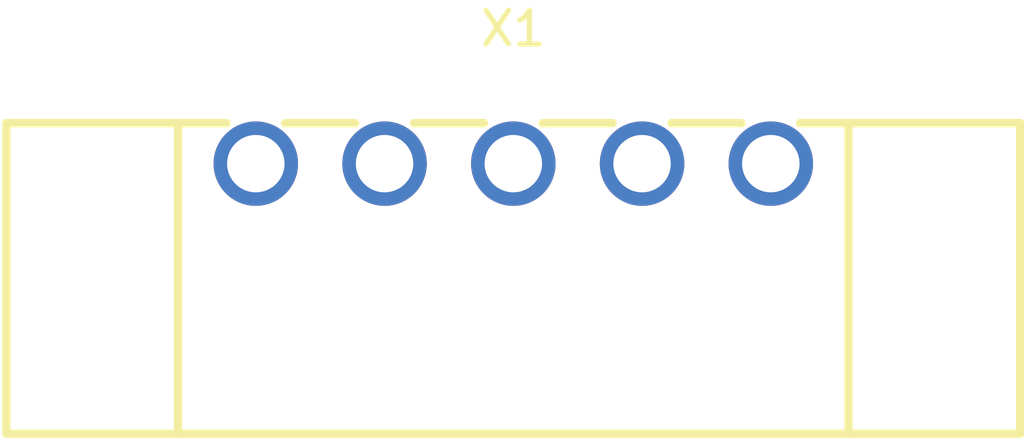
<source format=kicad_pcb>
(kicad_pcb (version 20241229) (generator "atopile") (generator_version "0.5.0")
  (layers (0 "F.Cu" signal) (31 "B.Cu" signal) (34 "B.Paste" user) (35 "F.Paste" user) (36 "B.SilkS" user "B.Silkscreen") (37 "F.SilkS" user "F.Silkscreen") (38 "B.Mask" user) (39 "F.Mask" user) (44 "Edge.Cuts" user))
  (net 0 "")
  (footprint "atopile:CONN-TH_5P-P3.81_DB2ERM-3.81-5P-6a82d0" (layer "F.Cu") (at 0 0 0)
    (property "Reference" "X1" (at 0 -4 0) (layer "F.SilkS") (hide no))
    (property "Value" "")
    (fp_line (start 15 -1.2) (end 15 8) (stroke (width 0.25)) (layer "F.SilkS"))
    (fp_line (start 15 8) (end -15 8) (stroke (width 0.25)) (layer "F.SilkS"))
    (fp_line (start -15 -1.2) (end -15 8) (stroke (width 0.25)) (layer "F.SilkS"))
    (fp_line (start -9.92 -1.2) (end -9.92 8) (stroke (width 0.25)) (layer "F.SilkS"))
    (fp_line (start 9.92 -1.2) (end 9.92 8) (stroke (width 0.25)) (layer "F.SilkS"))
    (fp_line (start -15 -1.2) (end -8.49 -1.2) (stroke (width 0.25)) (layer "F.SilkS"))
    (fp_line (start -6.75 -1.2) (end -4.68 -1.2) (stroke (width 0.25)) (layer "F.SilkS"))
    (fp_line (start -2.94 -1.2) (end -0.87 -1.2) (stroke (width 0.25)) (layer "F.SilkS"))
    (fp_line (start 0.87 -1.2) (end 2.94 -1.2) (stroke (width 0.25)) (layer "F.SilkS"))
    (fp_line (start 4.68 -1.2) (end 6.75 -1.2) (stroke (width 0.25)) (layer "F.SilkS"))
    (fp_line (start 8.49 -1.2) (end 15 -1.2) (stroke (width 0.25)) (layer "F.SilkS"))
    (fp_text user "${REFERENCE}" (at 0 -4 0) (layer "F.SilkS"))
    (pad "1" thru_hole circle (at -7.62 0 0) (size 2.5 2.5) (drill 1.7000219999999997) (layers "*.Cu" "*.Mask"))
    (pad "2" thru_hole circle (at -3.81 0 0) (size 2.5 2.5) (drill 1.7000219999999997) (layers "*.Cu" "*.Mask"))
    (pad "3" thru_hole circle (at 0 0 0) (size 2.5 2.5) (drill 1.7000219999999997) (layers "*.Cu" "*.Mask"))
    (pad "4" thru_hole circle (at 3.81 0 0) (size 2.5 2.5) (drill 1.7000219999999997) (layers "*.Cu" "*.Mask"))
    (pad "5" thru_hole circle (at 7.62 0 0) (size 2.5 2.5) (drill 1.7000219999999997) (layers "*.Cu" "*.Mask"))
  )
)
</source>
